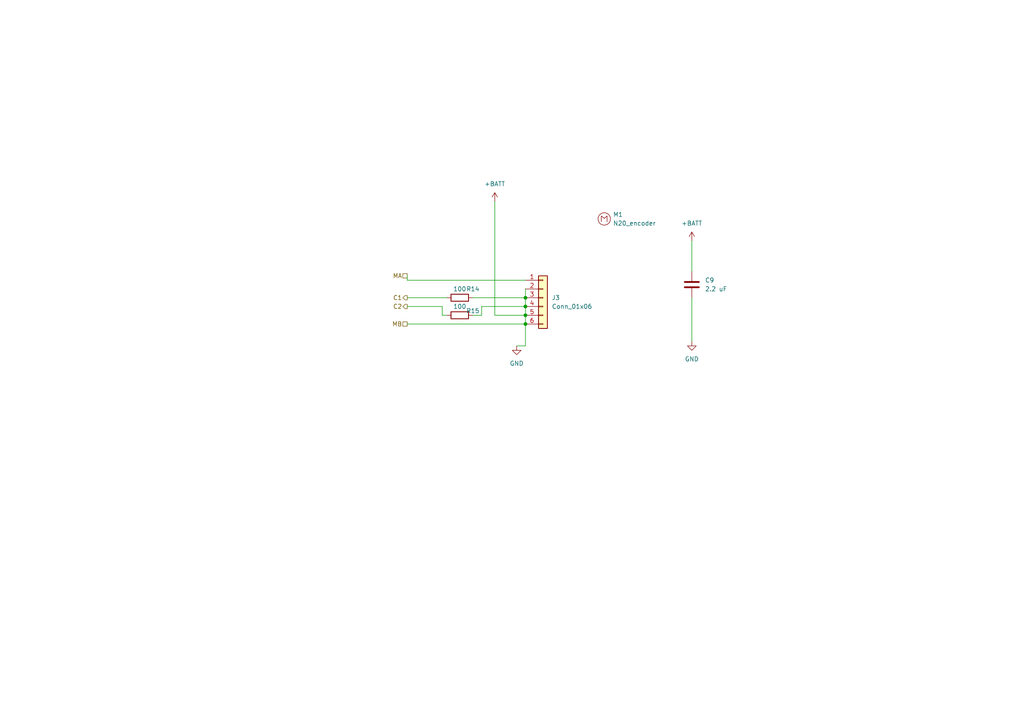
<source format=kicad_sch>
(kicad_sch (version 20230121) (generator eeschema)
  (paper "A4")
  (lib_symbols
    (symbol "Connector_Generic:Conn_01x06" (pin_names (offset 1.016) hide)
      (property "Reference" "J" (at 0 7.62 0))
      (property "Value" "Conn_01x06" (at 0 -10.16 0))
      (symbol "Conn_01x06_1_1"
        (rectangle (start -1.27 -7.493) (end 0 -7.747) (stroke (width 0.1524)))
        (rectangle (start -1.27 -4.953) (end 0 -5.207) (stroke (width 0.1524)))
        (rectangle (start -1.27 -2.413) (end 0 -2.667) (stroke (width 0.1524)))
        (rectangle (start -1.27 0.127) (end 0 -0.127) (stroke (width 0.1524)))
        (rectangle (start -1.27 2.667) (end 0 2.413) (stroke (width 0.1524)))
        (rectangle (start -1.27 5.207) (end 0 4.953) (stroke (width 0.1524)))
        (rectangle (start -1.27 6.35) (end 1.27 -8.89) (stroke (width 0.254)) (fill (type background)))
        (pin passive line (at -5.08 5.08 0) (length 3.81) (name "Pin_1") (number "1"))
        (pin passive line (at -5.08 2.54 0) (length 3.81) (name "Pin_2") (number "2"))
        (pin passive line (at -5.08 0 0) (length 3.81) (name "Pin_3") (number "3"))
        (pin passive line (at -5.08 -2.54 0) (length 3.81) (name "Pin_4") (number "4"))
        (pin passive line (at -5.08 -5.08 0) (length 3.81) (name "Pin_5") (number "5"))
        (pin passive line (at -5.08 -7.62 0) (length 3.81) (name "Pin_6") (number "6"))
      )
    )
    (symbol "Device:C" (pin_numbers hide) (pin_names (offset 0.254))
      (property "Reference" "C" (at 0.635 2.54 0))
      (property "Value" "C" (at 0.635 -2.54 0))
      (symbol "C_0_1"
        (polyline (pts (xy -2.032 -0.762) (xy 2.032 -0.762)) (stroke (width 0.508)))
        (polyline (pts (xy -2.032 0.762) (xy 2.032 0.762)) (stroke (width 0.508)))
      )
      (symbol "C_1_1"
        (pin passive line (at 0 3.81 270) (length 2.794) (name "~") (number "1"))
        (pin passive line (at 0 -3.81 90) (length 2.794) (name "~") (number "2"))
      )
    )
    (symbol "Device:R" (pin_numbers hide) (pin_names (offset 0))
      (property "Reference" "R" (at 2.032 0 90))
      (property "Value" "R" (at 0 0 90))
      (symbol "R_0_1"
        (rectangle (start -1.016 -2.54) (end 1.016 2.54) (stroke (width 0.254)))
      )
      (symbol "R_1_1"
        (pin passive line (at 0 3.81 270) (length 1.27) (name "~") (number "1"))
        (pin passive line (at 0 -3.81 90) (length 1.27) (name "~") (number "2"))
      )
    )
    (symbol "minimouse:N20_w_encoder"
      (property "Reference" "M" (at -8.89 1.27 0))
      (property "Value" "N20_encoder" (at 0 -2.54 0))
      (symbol "N20_w_encoder_0_1"
        (polyline (pts (xy -0.8636 -0.8128) (xy -0.8636 0.8636) (xy 0 0.1524) (xy 0.8128 0.8636) (xy 0.8128 -0.8128)))
        (circle (center 0 0) (radius 1.7961))
      )
    )
    (symbol "power:+BATT" (power) (pin_names (offset 0))
      (property "Value" "+BATT" (at 0 3.556 0))
      (symbol "+BATT_0_1"
        (polyline (pts (xy -0.762 1.27) (xy 0 2.54)))
        (polyline (pts (xy 0 0) (xy 0 2.54)))
        (polyline (pts (xy 0 2.54) (xy 0.762 1.27)))
      )
      (symbol "+BATT_1_1"
        (pin power_in line (at 0 0 90) (length 0) hide (name "+BATT") (number "1"))
      )
    )
    (symbol "power:GND" (power) (pin_names (offset 0))
      (property "Value" "GND" (at 0 -3.81 0))
      (symbol "GND_0_1"
        (polyline (pts (xy 0 0) (xy 0 -1.27) (xy 1.27 -1.27) (xy 0 -2.54) (xy -1.27 -1.27) (xy 0 -1.27)))
      )
      (symbol "GND_1_1"
        (pin power_in line (at 0 0 270) (length 0) hide (name "GND") (number "1"))
      )
    )
  )
  (junction (at 152.4 91.44))
  (junction (at 152.4 88.9))
  (junction (at 152.4 93.98))
  (junction (at 152.4 86.36))
  (wire (pts (xy 152.4 91.44) (xy 152.4 93.98)))
  (wire (pts (xy 139.7 91.44) (xy 139.7 88.9)))
  (wire (pts (xy 118.11 86.36) (xy 129.54 86.36)))
  (wire (pts (xy 200.66 86.36) (xy 200.66 99.06)))
  (wire (pts (xy 143.51 58.42) (xy 143.51 91.44)))
  (wire (pts (xy 118.11 81.28) (xy 118.11 80.01)))
  (wire (pts (xy 152.4 93.98) (xy 152.4 100.33)))
  (wire (pts (xy 128.27 91.44) (xy 129.54 91.44)))
  (wire (pts (xy 137.16 86.36) (xy 152.4 86.36)))
  (wire (pts (xy 137.16 91.44) (xy 139.7 91.44)))
  (wire (pts (xy 143.51 91.44) (xy 152.4 91.44)))
  (wire (pts (xy 118.11 93.98) (xy 152.4 93.98)))
  (wire (pts (xy 200.66 69.85) (xy 200.66 78.74)))
  (wire (pts (xy 152.4 81.28) (xy 118.11 81.28)))
  (wire (pts (xy 152.4 83.82) (xy 152.4 86.36)))
  (wire (pts (xy 152.4 86.36) (xy 152.4 88.9)))
  (wire (pts (xy 152.4 88.9) (xy 152.4 91.44)))
  (wire (pts (xy 139.7 88.9) (xy 152.4 88.9)))
  (wire (pts (xy 128.27 88.9) (xy 118.11 88.9)))
  (wire (pts (xy 152.4 100.33) (xy 149.86 100.33)))
  (wire (pts (xy 128.27 91.44) (xy 128.27 88.9)))
  (hierarchical_label "C1" (shape output) (at 118.11 86.36 180))
  (hierarchical_label "C2" (shape output) (at 118.11 88.9 180))
  (hierarchical_label "MB" (shape passive) (at 118.11 93.98 180))
  (hierarchical_label "MA" (shape passive) (at 118.11 80.01 180))
  (symbol (lib_id "Device:R") (at 133.35 91.44 90) (unit 1)
    (property "Reference" "R15" (at 137.16 90.17 90))
    (property "Value" "100" (at 133.35 88.9 90))
    (property "Footprint" "Resistor_SMD:R_0603_1608Metric" (effects hide))
    (instances (project "minimouse" (path "" (reference "R15") (unit 1)) (path "" (reference "R17") (unit 1))))
  )
  (symbol (lib_id "power:+BATT") (at 143.51 58.42 0) (unit 1)
    (property "Reference" "#PWR020" (effects hide))
    (property "Value" "+BATT" (at 143.51 53.34 0))
    (instances (project "minimouse" (path "" (reference "#PWR020") (unit 1)) (path "" (reference "#PWR024") (unit 1))))
  )
  (symbol (lib_id "minimouse:N20_w_encoder") (at 175.26 63.5 0) (unit 1)
    (property "Reference" "M1" (at 177.8 62.23 0) (effects (justify left)))
    (property "Value" "N20_encoder" (at 177.8 64.77 0) (effects (justify left)))
    (property "Footprint" "minimouse:N20_with_encoder" (effects hide))
    (instances (project "minimouse" (path "" (reference "M1") (unit 1)) (path "" (reference "M2") (unit 1))))
  )
  (symbol (lib_id "power:GND") (at 149.86 100.33 0) (unit 1)
    (property "Reference" "#PWR021" (effects hide))
    (property "Value" "GND" (at 149.86 105.41 0))
    (instances (project "minimouse" (path "" (reference "#PWR021") (unit 1)) (path "" (reference "#PWR025") (unit 1))))
  )
  (symbol (lib_id "Device:R") (at 133.35 86.36 90) (unit 1)
    (property "Reference" "R14" (at 137.16 83.82 90))
    (property "Value" "100" (at 133.35 83.82 90))
    (property "Footprint" "Resistor_SMD:R_0603_1608Metric" (effects hide))
    (instances (project "minimouse" (path "" (reference "R14") (unit 1)) (path "" (reference "R16") (unit 1))))
  )
  (symbol (lib_id "Device:C") (at 200.66 82.55 0) (unit 1)
    (property "Reference" "C9" (at 204.47 81.28 0) (effects (justify left)))
    (property "Value" "2.2 uF" (at 204.47 83.82 0) (effects (justify left)))
    (property "Footprint" "Capacitor_SMD:C_0603_1608Metric" (effects hide))
    (instances (project "minimouse" (path "" (reference "C9") (unit 1)) (path "" (reference "C10") (unit 1))))
  )
  (symbol (lib_id "power:GND") (at 200.66 99.06 0) (unit 1)
    (property "Reference" "#PWR023" (effects hide))
    (property "Value" "GND" (at 200.66 104.14 0))
    (instances (project "minimouse" (path "" (reference "#PWR023") (unit 1)) (path "" (reference "#PWR027") (unit 1))))
  )
  (symbol (lib_id "Connector_Generic:Conn_01x06") (at 157.48 86.36 0) (unit 1)
    (property "Reference" "J3" (at 160.02 86.36 0) (effects (justify left)))
    (property "Value" "Conn_01x06" (at 160.02 88.9 0) (effects (justify left)))
    (property "Footprint" "Connector_PinHeader_2.54mm:PinHeader_1x06_P2.54mm_Vertical" (effects hide))
    (instances (project "minimouse" (path "" (reference "J3") (unit 1)) (path "" (reference "J4") (unit 1))))
  )
  (symbol (lib_id "power:+BATT") (at 200.66 69.85 0) (unit 1)
    (property "Reference" "#PWR022" (effects hide))
    (property "Value" "+BATT" (at 200.66 64.77 0))
    (instances (project "minimouse" (path "" (reference "#PWR022") (unit 1)) (path "" (reference "#PWR026") (unit 1))))
  )
)
</source>
